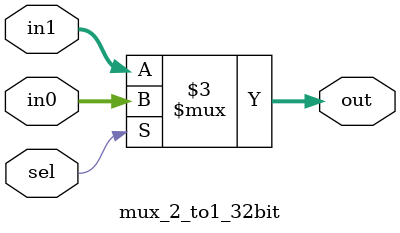
<source format=v>
module mux_2_to1_32bit (
   input [31:0] in0, 
   input [31:0] in1, 
   input sel,        
   output reg [31:0] out  
);

   always @(*) begin
      if (sel)
         out <= in0;
      else
         out <= in1;
   end

endmodule
</source>
